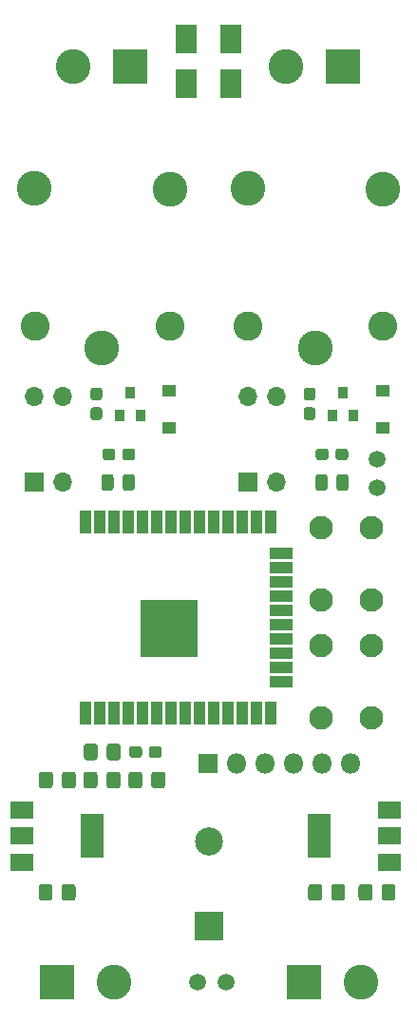
<source format=gbr>
%TF.GenerationSoftware,KiCad,Pcbnew,(5.1.6)-1*%
%TF.CreationDate,2020-08-04T14:24:57+05:30*%
%TF.ProjectId,ESP32-BLE-Relay-Control-Board,45535033-322d-4424-9c45-2d52656c6179,rev?*%
%TF.SameCoordinates,Original*%
%TF.FileFunction,Soldermask,Top*%
%TF.FilePolarity,Negative*%
%FSLAX46Y46*%
G04 Gerber Fmt 4.6, Leading zero omitted, Abs format (unit mm)*
G04 Created by KiCad (PCBNEW (5.1.6)-1) date 2020-08-04 14:24:57*
%MOMM*%
%LPD*%
G01*
G04 APERTURE LIST*
%ADD10R,2.100000X1.600000*%
%ADD11R,2.100000X3.900000*%
%ADD12C,1.500000*%
%ADD13O,1.800000X1.800000*%
%ADD14R,1.800000X1.800000*%
%ADD15R,1.900000X2.600000*%
%ADD16C,3.100000*%
%ADD17R,3.100000X3.100000*%
%ADD18C,2.500000*%
%ADD19R,2.500000X2.500000*%
%ADD20R,1.000000X2.100000*%
%ADD21R,2.100000X1.000000*%
%ADD22R,5.100000X5.100000*%
%ADD23C,2.100000*%
%ADD24R,1.300000X1.000000*%
%ADD25O,1.700000X1.700000*%
%ADD26R,1.700000X1.700000*%
%ADD27R,0.900000X1.000000*%
%ADD28C,2.600000*%
G04 APERTURE END LIST*
D10*
%TO.C,U5*%
X134650000Y-145300000D03*
X134650000Y-140700000D03*
X134650000Y-143000000D03*
D11*
X128350000Y-143000000D03*
%TD*%
%TO.C,R5*%
G36*
G01*
X108762500Y-104200000D02*
X108237500Y-104200000D01*
G75*
G02*
X107975000Y-103937500I0J262500D01*
G01*
X107975000Y-103312500D01*
G75*
G02*
X108237500Y-103050000I262500J0D01*
G01*
X108762500Y-103050000D01*
G75*
G02*
X109025000Y-103312500I0J-262500D01*
G01*
X109025000Y-103937500D01*
G75*
G02*
X108762500Y-104200000I-262500J0D01*
G01*
G37*
G36*
G01*
X108762500Y-105950000D02*
X108237500Y-105950000D01*
G75*
G02*
X107975000Y-105687500I0J262500D01*
G01*
X107975000Y-105062500D01*
G75*
G02*
X108237500Y-104800000I262500J0D01*
G01*
X108762500Y-104800000D01*
G75*
G02*
X109025000Y-105062500I0J-262500D01*
G01*
X109025000Y-105687500D01*
G75*
G02*
X108762500Y-105950000I-262500J0D01*
G01*
G37*
%TD*%
%TO.C,R4*%
G36*
G01*
X127762500Y-104200000D02*
X127237500Y-104200000D01*
G75*
G02*
X126975000Y-103937500I0J262500D01*
G01*
X126975000Y-103312500D01*
G75*
G02*
X127237500Y-103050000I262500J0D01*
G01*
X127762500Y-103050000D01*
G75*
G02*
X128025000Y-103312500I0J-262500D01*
G01*
X128025000Y-103937500D01*
G75*
G02*
X127762500Y-104200000I-262500J0D01*
G01*
G37*
G36*
G01*
X127762500Y-105950000D02*
X127237500Y-105950000D01*
G75*
G02*
X126975000Y-105687500I0J262500D01*
G01*
X126975000Y-105062500D01*
G75*
G02*
X127237500Y-104800000I262500J0D01*
G01*
X127762500Y-104800000D01*
G75*
G02*
X128025000Y-105062500I0J-262500D01*
G01*
X128025000Y-105687500D01*
G75*
G02*
X127762500Y-105950000I-262500J0D01*
G01*
G37*
%TD*%
%TO.C,C8*%
G36*
G01*
X129425000Y-148478262D02*
X129425000Y-147521738D01*
G75*
G02*
X129696738Y-147250000I271738J0D01*
G01*
X130403262Y-147250000D01*
G75*
G02*
X130675000Y-147521738I0J-271738D01*
G01*
X130675000Y-148478262D01*
G75*
G02*
X130403262Y-148750000I-271738J0D01*
G01*
X129696738Y-148750000D01*
G75*
G02*
X129425000Y-148478262I0J271738D01*
G01*
G37*
G36*
G01*
X127375000Y-148478262D02*
X127375000Y-147521738D01*
G75*
G02*
X127646738Y-147250000I271738J0D01*
G01*
X128353262Y-147250000D01*
G75*
G02*
X128625000Y-147521738I0J-271738D01*
G01*
X128625000Y-148478262D01*
G75*
G02*
X128353262Y-148750000I-271738J0D01*
G01*
X127646738Y-148750000D01*
G75*
G02*
X127375000Y-148478262I0J271738D01*
G01*
G37*
%TD*%
%TO.C,C7*%
G36*
G01*
X133925000Y-148478262D02*
X133925000Y-147521738D01*
G75*
G02*
X134196738Y-147250000I271738J0D01*
G01*
X134903262Y-147250000D01*
G75*
G02*
X135175000Y-147521738I0J-271738D01*
G01*
X135175000Y-148478262D01*
G75*
G02*
X134903262Y-148750000I-271738J0D01*
G01*
X134196738Y-148750000D01*
G75*
G02*
X133925000Y-148478262I0J271738D01*
G01*
G37*
G36*
G01*
X131875000Y-148478262D02*
X131875000Y-147521738D01*
G75*
G02*
X132146738Y-147250000I271738J0D01*
G01*
X132853262Y-147250000D01*
G75*
G02*
X133125000Y-147521738I0J-271738D01*
G01*
X133125000Y-148478262D01*
G75*
G02*
X132853262Y-148750000I-271738J0D01*
G01*
X132146738Y-148750000D01*
G75*
G02*
X131875000Y-148478262I0J271738D01*
G01*
G37*
%TD*%
D12*
%TO.C,JP2-BOOT1*%
X133500000Y-109460000D03*
X133500000Y-112000000D03*
%TD*%
D13*
%TO.C,J5*%
X131160000Y-136500000D03*
X128620000Y-136500000D03*
X126080000Y-136500000D03*
X123540000Y-136500000D03*
X121000000Y-136500000D03*
D14*
X118460000Y-136500000D03*
%TD*%
D15*
%TO.C,D6*%
X116500000Y-76000000D03*
X116500000Y-72000000D03*
%TD*%
%TO.C,D5*%
X120500000Y-76000000D03*
X120500000Y-72000000D03*
%TD*%
D10*
%TO.C,U4*%
X101850000Y-140700000D03*
X101850000Y-145300000D03*
X101850000Y-143000000D03*
D11*
X108150000Y-143000000D03*
%TD*%
D12*
%TO.C,JP1*%
X117500000Y-156000000D03*
X120040000Y-156000000D03*
%TD*%
D16*
%TO.C,J4*%
X110080000Y-156000000D03*
D17*
X105000000Y-156000000D03*
%TD*%
D16*
%TO.C,J3*%
X132080000Y-156000000D03*
D17*
X127000000Y-156000000D03*
%TD*%
D16*
%TO.C,J2*%
X106420000Y-74500000D03*
D17*
X111500000Y-74500000D03*
%TD*%
D16*
%TO.C,J1*%
X125420000Y-74500000D03*
D17*
X130500000Y-74500000D03*
%TD*%
D18*
%TO.C,C6*%
X118500000Y-143500000D03*
D19*
X118500000Y-151000000D03*
%TD*%
%TO.C,C5*%
G36*
G01*
X105425000Y-138478262D02*
X105425000Y-137521738D01*
G75*
G02*
X105696738Y-137250000I271738J0D01*
G01*
X106403262Y-137250000D01*
G75*
G02*
X106675000Y-137521738I0J-271738D01*
G01*
X106675000Y-138478262D01*
G75*
G02*
X106403262Y-138750000I-271738J0D01*
G01*
X105696738Y-138750000D01*
G75*
G02*
X105425000Y-138478262I0J271738D01*
G01*
G37*
G36*
G01*
X103375000Y-138478262D02*
X103375000Y-137521738D01*
G75*
G02*
X103646738Y-137250000I271738J0D01*
G01*
X104353262Y-137250000D01*
G75*
G02*
X104625000Y-137521738I0J-271738D01*
G01*
X104625000Y-138478262D01*
G75*
G02*
X104353262Y-138750000I-271738J0D01*
G01*
X103646738Y-138750000D01*
G75*
G02*
X103375000Y-138478262I0J271738D01*
G01*
G37*
%TD*%
%TO.C,C4*%
G36*
G01*
X105400000Y-148478262D02*
X105400000Y-147521738D01*
G75*
G02*
X105671738Y-147250000I271738J0D01*
G01*
X106378262Y-147250000D01*
G75*
G02*
X106650000Y-147521738I0J-271738D01*
G01*
X106650000Y-148478262D01*
G75*
G02*
X106378262Y-148750000I-271738J0D01*
G01*
X105671738Y-148750000D01*
G75*
G02*
X105400000Y-148478262I0J271738D01*
G01*
G37*
G36*
G01*
X103350000Y-148478262D02*
X103350000Y-147521738D01*
G75*
G02*
X103621738Y-147250000I271738J0D01*
G01*
X104328262Y-147250000D01*
G75*
G02*
X104600000Y-147521738I0J-271738D01*
G01*
X104600000Y-148478262D01*
G75*
G02*
X104328262Y-148750000I-271738J0D01*
G01*
X103621738Y-148750000D01*
G75*
G02*
X103350000Y-148478262I0J271738D01*
G01*
G37*
%TD*%
D20*
%TO.C,U1*%
X107500000Y-115000000D03*
X108770000Y-115000000D03*
X110040000Y-115000000D03*
X111310000Y-115000000D03*
X112580000Y-115000000D03*
X113850000Y-115000000D03*
X115120000Y-115000000D03*
X116390000Y-115000000D03*
X117660000Y-115000000D03*
X118930000Y-115000000D03*
X120200000Y-115000000D03*
X121470000Y-115000000D03*
X122740000Y-115000000D03*
X124010000Y-115000000D03*
D21*
X125010000Y-117785000D03*
X125010000Y-119055000D03*
X125010000Y-120325000D03*
X125010000Y-121595000D03*
X125010000Y-122865000D03*
X125010000Y-124135000D03*
X125010000Y-125405000D03*
X125010000Y-126675000D03*
X125010000Y-127945000D03*
X125010000Y-129215000D03*
D20*
X124010000Y-132000000D03*
X122740000Y-132000000D03*
X121470000Y-132000000D03*
X120200000Y-132000000D03*
X118930000Y-132000000D03*
X117660000Y-132000000D03*
X116390000Y-132000000D03*
X115120000Y-132000000D03*
X113850000Y-132000000D03*
X112580000Y-132000000D03*
X111310000Y-132000000D03*
X110040000Y-132000000D03*
X108770000Y-132000000D03*
X107500000Y-132000000D03*
D22*
X115000000Y-124500000D03*
%TD*%
D23*
%TO.C,BOOT1*%
X128500000Y-115500000D03*
X133000000Y-115500000D03*
X128500000Y-122000000D03*
X133000000Y-122000000D03*
%TD*%
%TO.C,RST1*%
X128500000Y-126000000D03*
X133000000Y-126000000D03*
X128500000Y-132500000D03*
X133000000Y-132500000D03*
%TD*%
D24*
%TO.C,D3*%
X115000000Y-103350000D03*
X115000000Y-106650000D03*
%TD*%
%TO.C,D1*%
X134000000Y-103350000D03*
X134000000Y-106650000D03*
%TD*%
D25*
%TO.C,U3*%
X122000000Y-103880000D03*
X124540000Y-111500000D03*
X124540000Y-103880000D03*
D26*
X122000000Y-111500000D03*
%TD*%
%TO.C,R3*%
G36*
G01*
X129800000Y-109262500D02*
X129800000Y-108737500D01*
G75*
G02*
X130062500Y-108475000I262500J0D01*
G01*
X130687500Y-108475000D01*
G75*
G02*
X130950000Y-108737500I0J-262500D01*
G01*
X130950000Y-109262500D01*
G75*
G02*
X130687500Y-109525000I-262500J0D01*
G01*
X130062500Y-109525000D01*
G75*
G02*
X129800000Y-109262500I0J262500D01*
G01*
G37*
G36*
G01*
X128050000Y-109262500D02*
X128050000Y-108737500D01*
G75*
G02*
X128312500Y-108475000I262500J0D01*
G01*
X128937500Y-108475000D01*
G75*
G02*
X129200000Y-108737500I0J-262500D01*
G01*
X129200000Y-109262500D01*
G75*
G02*
X128937500Y-109525000I-262500J0D01*
G01*
X128312500Y-109525000D01*
G75*
G02*
X128050000Y-109262500I0J262500D01*
G01*
G37*
%TD*%
D27*
%TO.C,Q2*%
X130500000Y-103500000D03*
X131450000Y-105500000D03*
X129550000Y-105500000D03*
%TD*%
D16*
%TO.C,K2*%
X128000000Y-99500000D03*
D28*
X122050000Y-97550000D03*
D16*
X122000000Y-85300000D03*
X134050000Y-85350000D03*
D28*
X134050000Y-97550000D03*
%TD*%
%TO.C,D4*%
G36*
G01*
X129100000Y-111018750D02*
X129100000Y-111981250D01*
G75*
G02*
X128831250Y-112250000I-268750J0D01*
G01*
X128293750Y-112250000D01*
G75*
G02*
X128025000Y-111981250I0J268750D01*
G01*
X128025000Y-111018750D01*
G75*
G02*
X128293750Y-110750000I268750J0D01*
G01*
X128831250Y-110750000D01*
G75*
G02*
X129100000Y-111018750I0J-268750D01*
G01*
G37*
G36*
G01*
X130975000Y-111018750D02*
X130975000Y-111981250D01*
G75*
G02*
X130706250Y-112250000I-268750J0D01*
G01*
X130168750Y-112250000D01*
G75*
G02*
X129900000Y-111981250I0J268750D01*
G01*
X129900000Y-111018750D01*
G75*
G02*
X130168750Y-110750000I268750J0D01*
G01*
X130706250Y-110750000D01*
G75*
G02*
X130975000Y-111018750I0J-268750D01*
G01*
G37*
%TD*%
%TO.C,C3*%
G36*
G01*
X112600000Y-137521738D02*
X112600000Y-138478262D01*
G75*
G02*
X112328262Y-138750000I-271738J0D01*
G01*
X111621738Y-138750000D01*
G75*
G02*
X111350000Y-138478262I0J271738D01*
G01*
X111350000Y-137521738D01*
G75*
G02*
X111621738Y-137250000I271738J0D01*
G01*
X112328262Y-137250000D01*
G75*
G02*
X112600000Y-137521738I0J-271738D01*
G01*
G37*
G36*
G01*
X114650000Y-137521738D02*
X114650000Y-138478262D01*
G75*
G02*
X114378262Y-138750000I-271738J0D01*
G01*
X113671738Y-138750000D01*
G75*
G02*
X113400000Y-138478262I0J271738D01*
G01*
X113400000Y-137521738D01*
G75*
G02*
X113671738Y-137250000I271738J0D01*
G01*
X114378262Y-137250000D01*
G75*
G02*
X114650000Y-137521738I0J-271738D01*
G01*
G37*
%TD*%
%TO.C,C2*%
G36*
G01*
X108625000Y-135021738D02*
X108625000Y-135978262D01*
G75*
G02*
X108353262Y-136250000I-271738J0D01*
G01*
X107646738Y-136250000D01*
G75*
G02*
X107375000Y-135978262I0J271738D01*
G01*
X107375000Y-135021738D01*
G75*
G02*
X107646738Y-134750000I271738J0D01*
G01*
X108353262Y-134750000D01*
G75*
G02*
X108625000Y-135021738I0J-271738D01*
G01*
G37*
G36*
G01*
X110675000Y-135021738D02*
X110675000Y-135978262D01*
G75*
G02*
X110403262Y-136250000I-271738J0D01*
G01*
X109696738Y-136250000D01*
G75*
G02*
X109425000Y-135978262I0J271738D01*
G01*
X109425000Y-135021738D01*
G75*
G02*
X109696738Y-134750000I271738J0D01*
G01*
X110403262Y-134750000D01*
G75*
G02*
X110675000Y-135021738I0J-271738D01*
G01*
G37*
%TD*%
%TO.C,C1*%
G36*
G01*
X108600000Y-137521738D02*
X108600000Y-138478262D01*
G75*
G02*
X108328262Y-138750000I-271738J0D01*
G01*
X107621738Y-138750000D01*
G75*
G02*
X107350000Y-138478262I0J271738D01*
G01*
X107350000Y-137521738D01*
G75*
G02*
X107621738Y-137250000I271738J0D01*
G01*
X108328262Y-137250000D01*
G75*
G02*
X108600000Y-137521738I0J-271738D01*
G01*
G37*
G36*
G01*
X110650000Y-137521738D02*
X110650000Y-138478262D01*
G75*
G02*
X110378262Y-138750000I-271738J0D01*
G01*
X109671738Y-138750000D01*
G75*
G02*
X109400000Y-138478262I0J271738D01*
G01*
X109400000Y-137521738D01*
G75*
G02*
X109671738Y-137250000I271738J0D01*
G01*
X110378262Y-137250000D01*
G75*
G02*
X110650000Y-137521738I0J-271738D01*
G01*
G37*
%TD*%
%TO.C,R2*%
G36*
G01*
X112575000Y-135237500D02*
X112575000Y-135762500D01*
G75*
G02*
X112312500Y-136025000I-262500J0D01*
G01*
X111687500Y-136025000D01*
G75*
G02*
X111425000Y-135762500I0J262500D01*
G01*
X111425000Y-135237500D01*
G75*
G02*
X111687500Y-134975000I262500J0D01*
G01*
X112312500Y-134975000D01*
G75*
G02*
X112575000Y-135237500I0J-262500D01*
G01*
G37*
G36*
G01*
X114325000Y-135237500D02*
X114325000Y-135762500D01*
G75*
G02*
X114062500Y-136025000I-262500J0D01*
G01*
X113437500Y-136025000D01*
G75*
G02*
X113175000Y-135762500I0J262500D01*
G01*
X113175000Y-135237500D01*
G75*
G02*
X113437500Y-134975000I262500J0D01*
G01*
X114062500Y-134975000D01*
G75*
G02*
X114325000Y-135237500I0J-262500D01*
G01*
G37*
%TD*%
D25*
%TO.C,U2*%
X103000000Y-103880000D03*
X105540000Y-111500000D03*
X105540000Y-103880000D03*
D26*
X103000000Y-111500000D03*
%TD*%
%TO.C,R1*%
G36*
G01*
X110800000Y-109262500D02*
X110800000Y-108737500D01*
G75*
G02*
X111062500Y-108475000I262500J0D01*
G01*
X111687500Y-108475000D01*
G75*
G02*
X111950000Y-108737500I0J-262500D01*
G01*
X111950000Y-109262500D01*
G75*
G02*
X111687500Y-109525000I-262500J0D01*
G01*
X111062500Y-109525000D01*
G75*
G02*
X110800000Y-109262500I0J262500D01*
G01*
G37*
G36*
G01*
X109050000Y-109262500D02*
X109050000Y-108737500D01*
G75*
G02*
X109312500Y-108475000I262500J0D01*
G01*
X109937500Y-108475000D01*
G75*
G02*
X110200000Y-108737500I0J-262500D01*
G01*
X110200000Y-109262500D01*
G75*
G02*
X109937500Y-109525000I-262500J0D01*
G01*
X109312500Y-109525000D01*
G75*
G02*
X109050000Y-109262500I0J262500D01*
G01*
G37*
%TD*%
D27*
%TO.C,Q1*%
X111500000Y-103500000D03*
X112450000Y-105500000D03*
X110550000Y-105500000D03*
%TD*%
D16*
%TO.C,K1*%
X109000000Y-99500000D03*
D28*
X103050000Y-97550000D03*
D16*
X103000000Y-85300000D03*
X115050000Y-85350000D03*
D28*
X115050000Y-97550000D03*
%TD*%
%TO.C,D2*%
G36*
G01*
X110037500Y-111018750D02*
X110037500Y-111981250D01*
G75*
G02*
X109768750Y-112250000I-268750J0D01*
G01*
X109231250Y-112250000D01*
G75*
G02*
X108962500Y-111981250I0J268750D01*
G01*
X108962500Y-111018750D01*
G75*
G02*
X109231250Y-110750000I268750J0D01*
G01*
X109768750Y-110750000D01*
G75*
G02*
X110037500Y-111018750I0J-268750D01*
G01*
G37*
G36*
G01*
X111912500Y-111018750D02*
X111912500Y-111981250D01*
G75*
G02*
X111643750Y-112250000I-268750J0D01*
G01*
X111106250Y-112250000D01*
G75*
G02*
X110837500Y-111981250I0J268750D01*
G01*
X110837500Y-111018750D01*
G75*
G02*
X111106250Y-110750000I268750J0D01*
G01*
X111643750Y-110750000D01*
G75*
G02*
X111912500Y-111018750I0J-268750D01*
G01*
G37*
%TD*%
M02*

</source>
